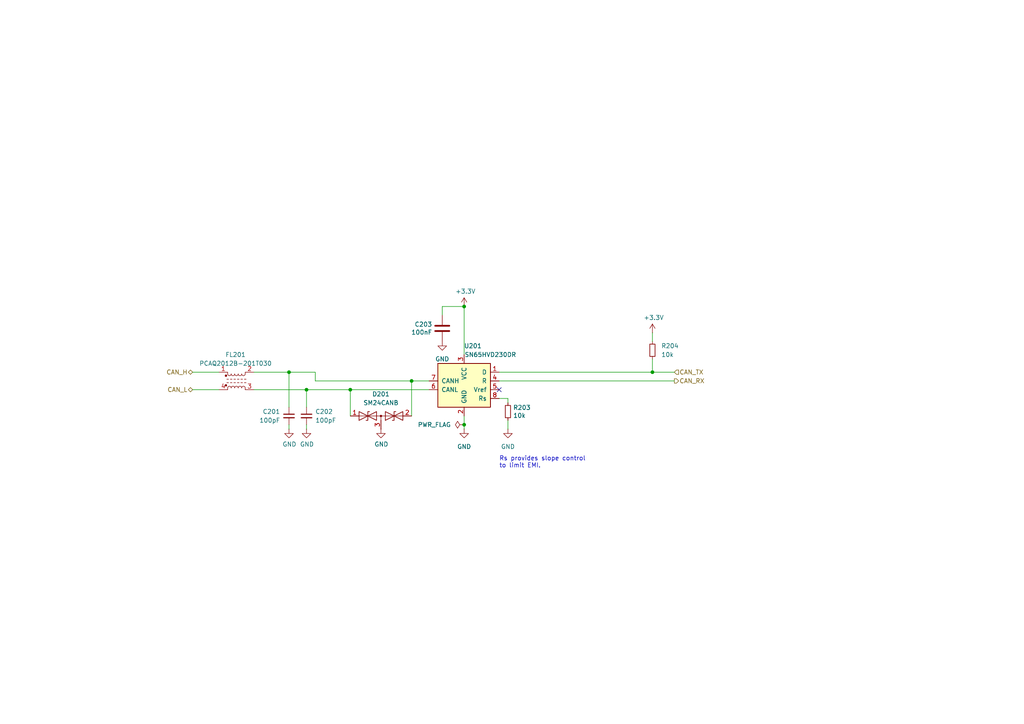
<source format=kicad_sch>
(kicad_sch (version 20231120) (generator "eeschema") (generator_version "8.0")
  (paper "A4")
  (title_block (title "Hat Labs Serial Interface Device (HALSER)") (date "2024-11-20") (rev "1.0.0-a1") (company "Hat Labs oy") (comment 1 "https://creativecommons.org/licenses/by-sa/4.0") (comment 2 "To view a copy of this license, visit ") (comment 3 "HALMET is licensed under CC BY-SA 4.0."))
  (lib_symbols
    (symbol "Device:C" (pin_numbers hide) (pin_names (offset 0.254))
      (property "Reference" "C" (at 0.635 2.54 0))
      (property "Value" "C" (at 0.635 -2.54 0))
      (symbol "C_0_1"
        (polyline (pts (xy -2.032 -0.762) (xy 2.032 -0.762)) (stroke (width 0.508)))
        (polyline (pts (xy -2.032 0.762) (xy 2.032 0.762)) (stroke (width 0.508)))
      )
      (symbol "C_1_1"
        (pin passive line (at 0 3.81 270) (length 2.794) (name "~") (number "1"))
        (pin passive line (at 0 -3.81 90) (length 2.794) (name "~") (number "2"))
      )
    )
    (symbol "Device:C_Small" (pin_numbers hide) (pin_names (offset 0.254) hide)
      (property "Reference" "C" (at 0.254 1.778 0))
      (property "Value" "C_Small" (at 0.254 -2.032 0))
      (symbol "C_Small_0_1"
        (polyline (pts (xy -1.524 -0.508) (xy 1.524 -0.508)) (stroke (width 0.3302)))
        (polyline (pts (xy -1.524 0.508) (xy 1.524 0.508)) (stroke (width 0.3048)))
      )
      (symbol "C_Small_1_1"
        (pin passive line (at 0 2.54 270) (length 2.032) (name "~") (number "1"))
        (pin passive line (at 0 -2.54 90) (length 2.032) (name "~") (number "2"))
      )
    )
    (symbol "Device:L_Ferrite_Coupled_1243" (pin_names (offset 0.254) hide)
      (property "Reference" "L" (at 0 4.445 0))
      (property "Value" "L_Ferrite_Coupled_1243" (at 0 -4.445 0))
      (symbol "L_Ferrite_Coupled_1243_0_1"
        (circle (center -3.048 -1.27) (radius 0.254) (fill (type outline)))
        (circle (center -3.048 1.524) (radius 0.254) (fill (type outline)))
        (arc (start -2.54 2.032) (mid -2.032 1.5262) (end -1.524 2.032))
        (arc (start -1.524 -2.032) (mid -2.032 -1.5262) (end -2.54 -2.032))
        (arc (start -1.524 2.032) (mid -1.016 1.5262) (end -0.508 2.032))
        (arc (start -0.508 -2.032) (mid -1.016 -1.5262) (end -1.524 -2.032))
        (arc (start -0.508 2.032) (mid 0 1.5262) (end 0.508 2.032))
        (polyline (pts (xy -2.794 -0.508) (xy -2.286 -0.508)))
        (polyline (pts (xy -2.794 0.508) (xy -2.286 0.508)))
        (polyline (pts (xy -2.54 -2.032) (xy -2.54 -2.54)))
        (polyline (pts (xy -2.54 2.032) (xy -2.54 2.54)))
        (polyline (pts (xy -1.778 -0.508) (xy -1.27 -0.508)))
        (polyline (pts (xy -1.778 0.508) (xy -1.27 0.508)))
        (polyline (pts (xy -0.762 -0.508) (xy -0.254 -0.508)))
        (polyline (pts (xy -0.762 0.508) (xy -0.254 0.508)))
        (polyline (pts (xy 0.254 -0.508) (xy 0.762 -0.508)))
        (polyline (pts (xy 0.254 0.508) (xy 0.762 0.508)))
        (polyline (pts (xy 1.27 -0.508) (xy 1.778 -0.508)))
        (polyline (pts (xy 1.27 0.508) (xy 1.778 0.508)))
        (polyline (pts (xy 2.286 -0.508) (xy 2.794 -0.508)))
        (polyline (pts (xy 2.286 0.508) (xy 2.794 0.508)))
        (polyline (pts (xy 2.54 -2.032) (xy 2.54 -2.54)))
        (polyline (pts (xy 2.54 2.54) (xy 2.54 2.032)))
        (arc (start 0.508 -2.032) (mid 0 -1.5262) (end -0.508 -2.032))
        (arc (start 0.508 2.032) (mid 1.016 1.5262) (end 1.524 2.032))
        (arc (start 1.524 -2.032) (mid 1.016 -1.5262) (end 0.508 -2.032))
        (arc (start 1.524 2.032) (mid 2.032 1.5262) (end 2.54 2.032))
        (arc (start 2.54 -2.032) (mid 2.032 -1.5262) (end 1.524 -2.032))
      )
      (symbol "L_Ferrite_Coupled_1243_1_1"
        (pin passive line (at -5.08 2.54 0) (length 2.54) (name "1") (number "1"))
        (pin passive line (at 5.08 2.54 180) (length 2.54) (name "2") (number "2"))
        (pin passive line (at 5.08 -2.54 180) (length 2.54) (name "3") (number "3"))
        (pin passive line (at -5.08 -2.54 0) (length 2.54) (name "4") (number "4"))
      )
    )
    (symbol "Device:R_Small" (pin_numbers hide) (pin_names (offset 0.254) hide)
      (property "Reference" "R" (at 0.762 0.508 0))
      (property "Value" "R_Small" (at 0.762 -1.016 0))
      (symbol "R_Small_0_1"
        (rectangle (start -0.762 1.778) (end 0.762 -1.778) (stroke (width 0.2032)))
      )
      (symbol "R_Small_1_1"
        (pin passive line (at 0 2.54 270) (length 0.762) (name "~") (number "1"))
        (pin passive line (at 0 -2.54 90) (length 0.762) (name "~") (number "2"))
      )
    )
    (symbol "Diode:SM712_SOT23" (pin_names (offset 1.016) hide)
      (property "Reference" "D" (at 0 4.445 0))
      (property "Value" "SM712_SOT23" (at 0 2.54 0))
      (symbol "SM712_SOT23_0_0"
        (polyline (pts (xy 0 -1.27) (xy 0 0)))
      )
      (symbol "SM712_SOT23_0_1"
        (polyline (pts (xy -6.35 0) (xy 6.35 0)))
        (polyline (pts (xy -3.302 1.27) (xy -3.81 1.27) (xy -3.81 -1.27) (xy -4.318 -1.27)) (stroke (width 0.2032)))
        (polyline (pts (xy 4.318 1.27) (xy 3.81 1.27) (xy 3.81 -1.27) (xy 3.302 -1.27)) (stroke (width 0.2032)))
        (polyline (pts (xy -6.35 -1.27) (xy -1.27 1.27) (xy -1.27 -1.27) (xy -6.35 1.27) (xy -6.35 -1.27)) (stroke (width 0.2032)))
        (polyline (pts (xy 1.27 -1.27) (xy 1.27 1.27) (xy 6.35 -1.27) (xy 6.35 1.27) (xy 1.27 -1.27)) (stroke (width 0.2032)))
        (circle (center 0 0) (radius 0.254) (fill (type outline)))
      )
      (symbol "SM712_SOT23_1_1"
        (pin passive line (at -8.89 0 0) (length 2.54) (name "A1") (number "1"))
        (pin passive line (at 8.89 0 180) (length 2.54) (name "A2") (number "2"))
        (pin input line (at 0 -3.81 90) (length 2.54) (name "common") (number "3"))
      )
    )
    (symbol "Interface_CAN_LIN:SN65HVD231" (pin_names (offset 1.016))
      (property "Reference" "U" (at -2.54 10.16 0))
      (property "Value" "SN65HVD231" (at -2.54 7.62 0))
      (symbol "SN65HVD231_0_1"
        (rectangle (start -7.62 5.08) (end 7.62 -7.62) (stroke (width 0.254)) (fill (type background)))
      )
      (symbol "SN65HVD231_1_1"
        (pin input line (at -10.16 2.54 0) (length 2.54) (name "D") (number "1"))
        (pin power_in line (at 0 -10.16 90) (length 2.54) (name "GND") (number "2"))
        (pin power_in line (at 0 7.62 270) (length 2.54) (name "VCC") (number "3"))
        (pin output line (at -10.16 0 0) (length 2.54) (name "R") (number "4"))
        (pin output line (at -10.16 -2.54 0) (length 2.54) (name "Vref") (number "5"))
        (pin bidirectional line (at 10.16 -2.54 180) (length 2.54) (name "CANL") (number "6"))
        (pin bidirectional line (at 10.16 0 180) (length 2.54) (name "CANH") (number "7"))
        (pin input line (at -10.16 -5.08 0) (length 2.54) (name "Rs") (number "8"))
      )
    )
    (symbol "power:+3.3V" (power) (pin_numbers hide) (pin_names (offset 0) hide)
      (property "Value" "+3.3V" (at 0 3.556 0))
      (symbol "+3.3V_0_1"
        (polyline (pts (xy -0.762 1.27) (xy 0 2.54)))
        (polyline (pts (xy 0 0) (xy 0 2.54)))
        (polyline (pts (xy 0 2.54) (xy 0.762 1.27)))
      )
      (symbol "+3.3V_1_1"
        (pin power_in line (at 0 0 90) (length 0) (name "~") (number "1"))
      )
    )
    (symbol "power:GND" (power) (pin_numbers hide) (pin_names (offset 0) hide)
      (property "Value" "GND" (at 0 -3.81 0))
      (symbol "GND_0_1"
        (polyline (pts (xy 0 0) (xy 0 -1.27) (xy 1.27 -1.27) (xy 0 -2.54) (xy -1.27 -1.27) (xy 0 -1.27)))
      )
      (symbol "GND_1_1"
        (pin power_in line (at 0 0 270) (length 0) (name "~") (number "1"))
      )
    )
    (symbol "power:PWR_FLAG" (power) (pin_numbers hide) (pin_names (offset 0) hide)
      (property "Value" "PWR_FLAG" (at 0 3.81 0))
      (symbol "PWR_FLAG_0_0"
        (pin power_out line (at 0 0 90) (length 0) (name "~") (number "1"))
      )
      (symbol "PWR_FLAG_0_1"
        (polyline (pts (xy 0 0) (xy 0 1.27) (xy -1.016 1.905) (xy 0 2.54) (xy 1.016 1.905) (xy 0 1.27)))
      )
    )
  )
  (junction (at 83.82 107.95))
  (junction (at 134.62 88.9))
  (junction (at 134.62 123.19))
  (junction (at 119.38 110.49))
  (junction (at 101.6 113.03))
  (junction (at 88.9 113.03))
  (junction (at 189.23 107.95))
  (no_connect (at 144.78 113.03))
  (wire (pts (xy 189.23 107.95) (xy 195.58 107.95)))
  (wire (pts (xy 83.82 107.95) (xy 73.66 107.95)))
  (wire (pts (xy 88.9 113.03) (xy 101.6 113.03)))
  (wire (pts (xy 147.32 116.84) (xy 147.32 115.57)))
  (wire (pts (xy 91.44 107.95) (xy 83.82 107.95)))
  (wire (pts (xy 147.32 124.46) (xy 147.32 121.92)))
  (wire (pts (xy 73.66 113.03) (xy 88.9 113.03)))
  (wire (pts (xy 144.78 110.49) (xy 195.58 110.49)))
  (wire (pts (xy 101.6 113.03) (xy 124.46 113.03)))
  (wire (pts (xy 134.62 88.9) (xy 134.62 102.87)))
  (wire (pts (xy 134.62 88.9) (xy 128.27 88.9)))
  (wire (pts (xy 144.78 107.95) (xy 189.23 107.95)))
  (wire (pts (xy 147.32 115.57) (xy 144.78 115.57)))
  (wire (pts (xy 189.23 104.14) (xy 189.23 107.95)))
  (wire (pts (xy 128.27 91.44) (xy 128.27 88.9)))
  (wire (pts (xy 88.9 123.19) (xy 88.9 124.46)))
  (wire (pts (xy 83.82 123.19) (xy 83.82 124.46)))
  (wire (pts (xy 119.38 110.49) (xy 119.38 120.65)))
  (wire (pts (xy 91.44 110.49) (xy 91.44 107.95)))
  (wire (pts (xy 88.9 113.03) (xy 88.9 118.11)))
  (wire (pts (xy 55.88 113.03) (xy 63.5 113.03)))
  (wire (pts (xy 101.6 113.03) (xy 101.6 120.65)))
  (wire (pts (xy 134.62 123.19) (xy 134.62 120.65)))
  (wire (pts (xy 83.82 107.95) (xy 83.82 118.11)))
  (wire (pts (xy 134.62 124.46) (xy 134.62 123.19)))
  (wire (pts (xy 189.23 96.52) (xy 189.23 99.06)))
  (wire (pts (xy 91.44 110.49) (xy 119.38 110.49)))
  (wire (pts (xy 55.88 107.95) (xy 63.5 107.95)))
  (wire (pts (xy 119.38 110.49) (xy 124.46 110.49)))
  (text "Rs provides slope control\nto limit EMI." (at 144.78 135.89 0) (effects (font (size 1.27 1.27)) (justify left bottom)))
  (hierarchical_label "CAN_L" (shape bidirectional) (at 55.88 113.03 180))
  (hierarchical_label "CAN_H" (shape bidirectional) (at 55.88 107.95 180))
  (hierarchical_label "CAN_TX" (shape input) (at 195.58 107.95 0))
  (hierarchical_label "CAN_RX" (shape output) (at 195.58 110.49 0))
  (symbol (lib_id "Device:C") (at 128.27 95.25 0) (mirror y) (unit 1)
    (property "Reference" "C203" (at 125.349 94.0816 0) (effects (justify left)))
    (property "Value" "100nF" (at 125.349 96.393 0) (effects (justify left)))
    (property "Footprint" "Capacitor_SMD:C_0402_1005Metric" (effects (hide yes)))
    (property "LCSC" "C1525" (effects (hide yes)))
  )
  (symbol (lib_id "Interface_CAN_LIN:SN65HVD231") (at 134.62 110.49 0) (mirror y) (unit 1)
    (property "Reference" "U201" (at 137.16 100.33 0))
    (property "Value" "SN65HVD230DR" (at 142.24 102.87 0))
    (property "Footprint" "Package_SO:SOIC-8_3.9x4.9mm_P1.27mm" (effects (hide yes)))
    (property "Datasheet" "http://www.ti.com/lit/ds/symlink/sn65hvd230.pdf" (effects (hide yes)))
    (property "LCSC" "C12084" (effects (hide yes)))
    (property "JLCPCB_CORRECTION" "0;0;270" (effects (hide yes)))
  )
  (symbol (lib_id "Device:R_Small") (at 147.32 119.38 0) (unit 1)
    (property "Reference" "R203" (at 148.8186 118.2116 0) (effects (justify left)))
    (property "Value" "10k" (at 148.8186 120.523 0) (effects (justify left)))
    (property "Footprint" "Resistor_SMD:R_0402_1005Metric" (effects (hide yes)))
    (property "LCSC" "C25744" (effects (hide yes)))
  )
  (symbol (lib_id "power:GND") (at 128.27 99.06 0) (unit 1)
    (property "Reference" "#PWR0204" (effects (hide yes)))
    (property "Value" "GND" (at 128.27 104.14 0))
    (property "Description" "Power symbol creates a global label with name \"GND\" , ground" (effects (hide yes)))
  )
  (symbol (lib_id "power:GND") (at 88.9 124.46 0) (unit 1)
    (property "Reference" "#PWR0202" (effects (hide yes)))
    (property "Value" "GND" (at 89.027 128.8542 0))
    (property "Description" "Power symbol creates a global label with name \"GND\" , ground" (effects (hide yes)))
  )
  (symbol (lib_id "Device:R_Small") (at 189.23 101.6 0) (unit 1)
    (property "Reference" "R204" (at 191.77 100.3299 0) (effects (justify left)))
    (property "Value" "10k" (at 191.77 102.8699 0) (effects (justify left)))
    (property "Footprint" "Resistor_SMD:R_0402_1005Metric" (effects (hide yes)))
    (property "LCSC" "C25744" (effects (hide yes)))
  )
  (symbol (lib_id "Device:L_Ferrite_Coupled_1243") (at 68.58 110.49 0) (unit 1)
    (property "Reference" "FL201" (at 68.326 102.87 0))
    (property "Value" "PCAQ2012B-201T030" (at 68.326 105.41 0))
    (property "Footprint" "HALSER:L_CommonModeChoke_PCAQ2012B" (effects (hide yes)))
    (property "Description" "Coupled inductor with ferrite core" (effects (hide yes)))
    (property "Notes" "Alternatives: ACM2012-201-2P-T002" (effects (hide yes)))
    (property "LCSC" "C2926967" (effects (hide yes)))
  )
  (symbol (lib_id "power:+3.3V") (at 134.62 88.9 0) (unit 1)
    (property "Reference" "#PWR0205" (effects (hide yes)))
    (property "Value" "+3.3V" (at 135.001 84.5058 0))
    (property "Description" "Power symbol creates a global label with name \"+3.3V\"" (effects (hide yes)))
  )
  (symbol (lib_id "power:GND") (at 147.32 124.46 0) (unit 1)
    (property "Reference" "#PWR0207" (effects (hide yes)))
    (property "Value" "GND" (at 147.32 129.54 0))
    (property "Description" "Power symbol creates a global label with name \"GND\" , ground" (effects (hide yes)))
  )
  (symbol (lib_id "power:GND") (at 83.82 124.46 0) (unit 1)
    (property "Reference" "#PWR0201" (effects (hide yes)))
    (property "Value" "GND" (at 83.947 128.8542 0))
    (property "Description" "Power symbol creates a global label with name \"GND\" , ground" (effects (hide yes)))
  )
  (symbol (lib_id "Device:C_Small") (at 83.82 120.65 0) (mirror y) (unit 1)
    (property "Reference" "C201" (at 81.28 119.3862 0) (effects (justify left)))
    (property "Value" "100pF" (at 81.28 121.9262 0) (effects (justify left)))
    (property "Footprint" "Capacitor_SMD:C_0603_1608Metric" (effects (hide yes)))
    (property "Description" "Unpolarized capacitor, small symbol" (effects (hide yes)))
    (property "LCSC" "C14858" (effects (hide yes)))
  )
  (symbol (lib_id "power:GND") (at 110.49 124.46 0) (unit 1)
    (property "Reference" "#PWR0203" (effects (hide yes)))
    (property "Value" "GND" (at 110.617 128.8542 0))
    (property "Description" "Power symbol creates a global label with name \"GND\" , ground" (effects (hide yes)))
  )
  (symbol (lib_id "Diode:SM712_SOT23") (at 110.49 120.65 0) (unit 1)
    (property "Reference" "D201" (at 110.49 114.3 0))
    (property "Value" "SM24CANB" (at 110.49 116.84 0))
    (property "Footprint" "Package_TO_SOT_SMD:SOT-23" (effects (hide yes)))
    (property "LCSC" "C19185908" (effects (hide yes)))
  )
  (symbol (lib_id "power:PWR_FLAG") (at 134.62 123.19 90) (unit 1)
    (property "Reference" "#FLG0201" (effects (hide yes)))
    (property "Value" "PWR_FLAG" (at 130.81 123.1899 90) (effects (justify left)))
    (property "Description" "Special symbol for telling ERC where power comes from" (effects (hide yes)))
  )
  (symbol (lib_id "power:GND") (at 134.62 124.46 0) (unit 1)
    (property "Reference" "#PWR0206" (effects (hide yes)))
    (property "Value" "GND" (at 134.62 129.54 0))
    (property "Description" "Power symbol creates a global label with name \"GND\" , ground" (effects (hide yes)))
  )
  (symbol (lib_id "Device:C_Small") (at 88.9 120.65 0) (unit 1)
    (property "Reference" "C202" (at 91.44 119.3862 0) (effects (justify left)))
    (property "Value" "100pF" (at 91.44 121.9262 0) (effects (justify left)))
    (property "Footprint" "Capacitor_SMD:C_0603_1608Metric" (effects (hide yes)))
    (property "Description" "Unpolarized capacitor, small symbol" (effects (hide yes)))
    (property "LCSC" "C14858" (effects (hide yes)))
  )
  (symbol (lib_id "power:+3.3V") (at 189.23 96.52 0) (unit 1)
    (property "Reference" "#PWR0208" (effects (hide yes)))
    (property "Value" "+3.3V" (at 189.611 92.1258 0))
    (property "Description" "Power symbol creates a global label with name \"+3.3V\"" (effects (hide yes)))
  )
)
</source>
